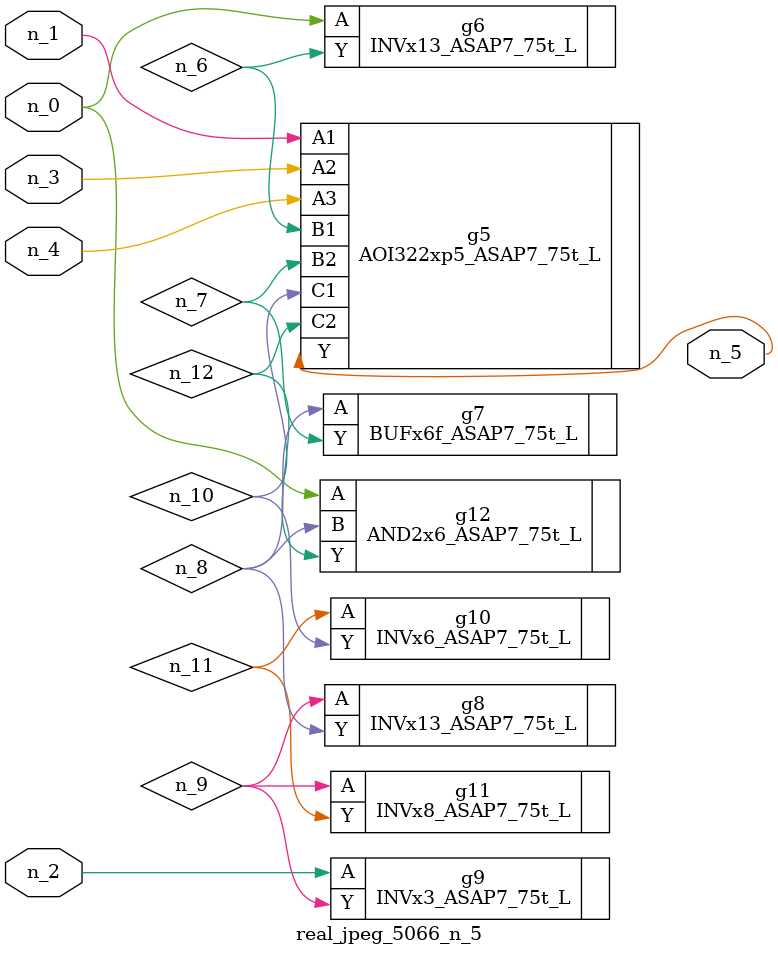
<source format=v>
module real_jpeg_5066_n_5 (n_4, n_0, n_1, n_2, n_3, n_5);

input n_4;
input n_0;
input n_1;
input n_2;
input n_3;

output n_5;

wire n_12;
wire n_8;
wire n_11;
wire n_6;
wire n_7;
wire n_10;
wire n_9;

INVx13_ASAP7_75t_L g6 ( 
.A(n_0),
.Y(n_6)
);

AND2x6_ASAP7_75t_L g12 ( 
.A(n_0),
.B(n_8),
.Y(n_12)
);

AOI322xp5_ASAP7_75t_L g5 ( 
.A1(n_1),
.A2(n_3),
.A3(n_4),
.B1(n_6),
.B2(n_7),
.C1(n_10),
.C2(n_12),
.Y(n_5)
);

INVx3_ASAP7_75t_L g9 ( 
.A(n_2),
.Y(n_9)
);

BUFx6f_ASAP7_75t_L g7 ( 
.A(n_8),
.Y(n_7)
);

INVx13_ASAP7_75t_L g8 ( 
.A(n_9),
.Y(n_8)
);

INVx8_ASAP7_75t_L g11 ( 
.A(n_9),
.Y(n_11)
);

INVx6_ASAP7_75t_L g10 ( 
.A(n_11),
.Y(n_10)
);


endmodule
</source>
